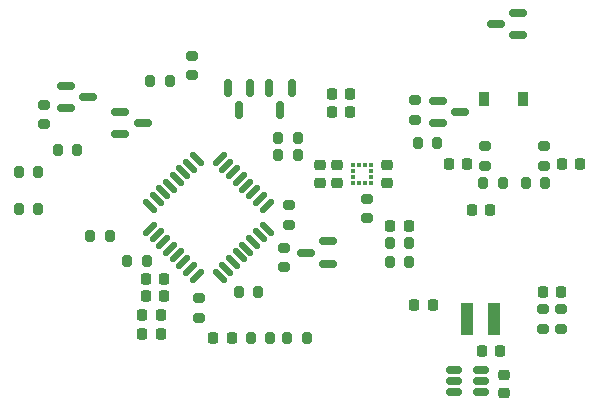
<source format=gbr>
%TF.GenerationSoftware,KiCad,Pcbnew,6.0.2-1.fc35*%
%TF.CreationDate,2022-05-08T19:10:54+02:00*%
%TF.ProjectId,LEDnode,4c45446e-6f64-4652-9e6b-696361645f70,rev?*%
%TF.SameCoordinates,Original*%
%TF.FileFunction,Paste,Bot*%
%TF.FilePolarity,Positive*%
%FSLAX46Y46*%
G04 Gerber Fmt 4.6, Leading zero omitted, Abs format (unit mm)*
G04 Created by KiCad (PCBNEW 6.0.2-1.fc35) date 2022-05-08 19:10:54*
%MOMM*%
%LPD*%
G01*
G04 APERTURE LIST*
G04 Aperture macros list*
%AMRoundRect*
0 Rectangle with rounded corners*
0 $1 Rounding radius*
0 $2 $3 $4 $5 $6 $7 $8 $9 X,Y pos of 4 corners*
0 Add a 4 corners polygon primitive as box body*
4,1,4,$2,$3,$4,$5,$6,$7,$8,$9,$2,$3,0*
0 Add four circle primitives for the rounded corners*
1,1,$1+$1,$2,$3*
1,1,$1+$1,$4,$5*
1,1,$1+$1,$6,$7*
1,1,$1+$1,$8,$9*
0 Add four rect primitives between the rounded corners*
20,1,$1+$1,$2,$3,$4,$5,0*
20,1,$1+$1,$4,$5,$6,$7,0*
20,1,$1+$1,$6,$7,$8,$9,0*
20,1,$1+$1,$8,$9,$2,$3,0*%
G04 Aperture macros list end*
%ADD10RoundRect,0.200000X0.275000X-0.200000X0.275000X0.200000X-0.275000X0.200000X-0.275000X-0.200000X0*%
%ADD11RoundRect,0.225000X0.225000X0.250000X-0.225000X0.250000X-0.225000X-0.250000X0.225000X-0.250000X0*%
%ADD12RoundRect,0.150000X0.587500X0.150000X-0.587500X0.150000X-0.587500X-0.150000X0.587500X-0.150000X0*%
%ADD13RoundRect,0.150000X-0.587500X-0.150000X0.587500X-0.150000X0.587500X0.150000X-0.587500X0.150000X0*%
%ADD14RoundRect,0.225000X-0.225000X-0.250000X0.225000X-0.250000X0.225000X0.250000X-0.225000X0.250000X0*%
%ADD15RoundRect,0.150000X-0.150000X0.587500X-0.150000X-0.587500X0.150000X-0.587500X0.150000X0.587500X0*%
%ADD16RoundRect,0.200000X0.200000X0.275000X-0.200000X0.275000X-0.200000X-0.275000X0.200000X-0.275000X0*%
%ADD17RoundRect,0.225000X0.250000X-0.225000X0.250000X0.225000X-0.250000X0.225000X-0.250000X-0.225000X0*%
%ADD18RoundRect,0.200000X-0.200000X-0.275000X0.200000X-0.275000X0.200000X0.275000X-0.200000X0.275000X0*%
%ADD19RoundRect,0.225000X-0.250000X0.225000X-0.250000X-0.225000X0.250000X-0.225000X0.250000X0.225000X0*%
%ADD20RoundRect,0.200000X-0.275000X0.200000X-0.275000X-0.200000X0.275000X-0.200000X0.275000X0.200000X0*%
%ADD21RoundRect,0.150000X0.512500X0.150000X-0.512500X0.150000X-0.512500X-0.150000X0.512500X-0.150000X0*%
%ADD22R,0.375000X0.350000*%
%ADD23R,0.350000X0.375000*%
%ADD24R,0.900000X1.200000*%
%ADD25R,1.000000X2.750000*%
%ADD26RoundRect,0.125000X-0.353553X-0.530330X0.530330X0.353553X0.353553X0.530330X-0.530330X-0.353553X0*%
%ADD27RoundRect,0.125000X0.353553X-0.530330X0.530330X-0.353553X-0.353553X0.530330X-0.530330X0.353553X0*%
G04 APERTURE END LIST*
D10*
%TO.C,R10*%
X125500000Y-82925000D03*
X125500000Y-81275000D03*
%TD*%
D11*
%TO.C,C7*%
X93375000Y-94000000D03*
X91825000Y-94000000D03*
%TD*%
%TO.C,C8*%
X93075000Y-97200000D03*
X91525000Y-97200000D03*
%TD*%
D12*
%TO.C,Q5*%
X123300000Y-70000000D03*
X123300000Y-71900000D03*
X121425000Y-70950000D03*
%TD*%
D11*
%TO.C,C6*%
X93375000Y-92500000D03*
X91825000Y-92500000D03*
%TD*%
D13*
%TO.C,Q1*%
X89662500Y-80250000D03*
X89662500Y-78350000D03*
X91537500Y-79300000D03*
%TD*%
D14*
%TO.C,C17*%
X127025000Y-82800000D03*
X128575000Y-82800000D03*
%TD*%
D15*
%TO.C,Q2*%
X98750000Y-76362500D03*
X100650000Y-76362500D03*
X99700000Y-78237500D03*
%TD*%
D16*
%TO.C,R18*%
X93825000Y-75800000D03*
X92175000Y-75800000D03*
%TD*%
D11*
%TO.C,C15*%
X120975000Y-86700000D03*
X119425000Y-86700000D03*
%TD*%
D17*
%TO.C,C3*%
X122100000Y-102175000D03*
X122100000Y-100625000D03*
%TD*%
D18*
%TO.C,R17*%
X81075000Y-83500000D03*
X82725000Y-83500000D03*
%TD*%
D19*
%TO.C,C14*%
X108025000Y-82875000D03*
X108025000Y-84425000D03*
%TD*%
D10*
%TO.C,R11*%
X120500000Y-82925000D03*
X120500000Y-81275000D03*
%TD*%
D14*
%TO.C,C19*%
X112525000Y-88000000D03*
X114075000Y-88000000D03*
%TD*%
D16*
%TO.C,R1*%
X122050000Y-84400000D03*
X120400000Y-84400000D03*
%TD*%
D10*
%TO.C,R15*%
X127000000Y-96725000D03*
X127000000Y-95075000D03*
%TD*%
D12*
%TO.C,Q4*%
X107237500Y-89350000D03*
X107237500Y-91250000D03*
X105362500Y-90300000D03*
%TD*%
D19*
%TO.C,C13*%
X106525000Y-82875000D03*
X106525000Y-84425000D03*
%TD*%
D14*
%TO.C,C16*%
X117450000Y-82800000D03*
X119000000Y-82800000D03*
%TD*%
D16*
%TO.C,R6*%
X114125000Y-91100000D03*
X112475000Y-91100000D03*
%TD*%
D11*
%TO.C,C1*%
X116100000Y-94700000D03*
X114550000Y-94700000D03*
%TD*%
D20*
%TO.C,R27*%
X83150000Y-77775000D03*
X83150000Y-79425000D03*
%TD*%
D21*
%TO.C,U4*%
X120175000Y-100200000D03*
X120175000Y-101150000D03*
X120175000Y-102100000D03*
X117900000Y-102100000D03*
X117900000Y-101150000D03*
X117900000Y-100200000D03*
%TD*%
D18*
%TO.C,R7*%
X123975000Y-84400000D03*
X125625000Y-84400000D03*
%TD*%
D16*
%TO.C,R21*%
X104675000Y-82050000D03*
X103025000Y-82050000D03*
%TD*%
D11*
%TO.C,C9*%
X93075000Y-95600000D03*
X91525000Y-95600000D03*
%TD*%
%TO.C,C11*%
X109087011Y-76875000D03*
X107537011Y-76875000D03*
%TD*%
D18*
%TO.C,R16*%
X81075000Y-86600000D03*
X82725000Y-86600000D03*
%TD*%
D20*
%TO.C,R25*%
X103950000Y-86275000D03*
X103950000Y-87925000D03*
%TD*%
D13*
%TO.C,Q6*%
X116525000Y-79350000D03*
X116525000Y-77450000D03*
X118400000Y-78400000D03*
%TD*%
D22*
%TO.C,U6*%
X110887500Y-82900000D03*
X110887500Y-83400000D03*
X110887500Y-83900000D03*
X110887500Y-84400000D03*
D23*
X110375000Y-84412500D03*
X109875000Y-84412500D03*
D22*
X109362500Y-84400000D03*
X109362500Y-83900000D03*
X109362500Y-83400000D03*
X109362500Y-82900000D03*
D23*
X109875000Y-82887500D03*
X110375000Y-82887500D03*
%TD*%
D11*
%TO.C,C20*%
X126975000Y-93600000D03*
X125425000Y-93600000D03*
%TD*%
D14*
%TO.C,C4*%
X120250000Y-98600000D03*
X121800000Y-98600000D03*
%TD*%
D11*
%TO.C,C18*%
X99075000Y-97500000D03*
X97525000Y-97500000D03*
%TD*%
D20*
%TO.C,R20*%
X110500000Y-85725000D03*
X110500000Y-87375000D03*
%TD*%
D16*
%TO.C,R5*%
X101325000Y-93600000D03*
X99675000Y-93600000D03*
%TD*%
D24*
%TO.C,D1*%
X123750000Y-77300000D03*
X120450000Y-77300000D03*
%TD*%
D13*
%TO.C,Q7*%
X85012500Y-78050000D03*
X85012500Y-76150000D03*
X86887500Y-77100000D03*
%TD*%
D16*
%TO.C,R22*%
X88775000Y-88850000D03*
X87125000Y-88850000D03*
%TD*%
D10*
%TO.C,R3*%
X96300000Y-95825000D03*
X96300000Y-94175000D03*
%TD*%
D11*
%TO.C,C10*%
X109087011Y-78375000D03*
X107537011Y-78375000D03*
%TD*%
D10*
%TO.C,R14*%
X125400000Y-96725000D03*
X125400000Y-95075000D03*
%TD*%
D15*
%TO.C,Q3*%
X102250000Y-76362500D03*
X104150000Y-76362500D03*
X103200000Y-78237500D03*
%TD*%
D17*
%TO.C,C12*%
X112225000Y-84425000D03*
X112225000Y-82875000D03*
%TD*%
D18*
%TO.C,R4*%
X90250000Y-91000000D03*
X91900000Y-91000000D03*
%TD*%
%TO.C,R19*%
X103025000Y-80550000D03*
X104675000Y-80550000D03*
%TD*%
D16*
%TO.C,R12*%
X114125000Y-89500000D03*
X112475000Y-89500000D03*
%TD*%
D10*
%TO.C,R13*%
X114600000Y-79025000D03*
X114600000Y-77375000D03*
%TD*%
D16*
%TO.C,R9*%
X105425000Y-97500000D03*
X103775000Y-97500000D03*
%TD*%
D20*
%TO.C,R23*%
X95750000Y-73625000D03*
X95750000Y-75275000D03*
%TD*%
D18*
%TO.C,R2*%
X100700000Y-97500000D03*
X102350000Y-97500000D03*
%TD*%
D25*
%TO.C,L1*%
X119000000Y-95900000D03*
X121300000Y-95900000D03*
%TD*%
D16*
%TO.C,R26*%
X86025000Y-81600000D03*
X84375000Y-81600000D03*
%TD*%
D26*
%TO.C,U1*%
X96127728Y-92232070D03*
X95562043Y-91666384D03*
X94996357Y-91100699D03*
X94430672Y-90535014D03*
X93864986Y-89969328D03*
X93299301Y-89403643D03*
X92733616Y-88837957D03*
X92167930Y-88272272D03*
D27*
X92167930Y-86327728D03*
X92733616Y-85762043D03*
X93299301Y-85196357D03*
X93864986Y-84630672D03*
X94430672Y-84064986D03*
X94996357Y-83499301D03*
X95562043Y-82933616D03*
X96127728Y-82367930D03*
D26*
X98072272Y-82367930D03*
X98637957Y-82933616D03*
X99203643Y-83499301D03*
X99769328Y-84064986D03*
X100335014Y-84630672D03*
X100900699Y-85196357D03*
X101466384Y-85762043D03*
X102032070Y-86327728D03*
D27*
X102032070Y-88272272D03*
X101466384Y-88837957D03*
X100900699Y-89403643D03*
X100335014Y-89969328D03*
X99769328Y-90535014D03*
X99203643Y-91100699D03*
X98637957Y-91666384D03*
X98072272Y-92232070D03*
%TD*%
D20*
%TO.C,R24*%
X103500000Y-89875000D03*
X103500000Y-91525000D03*
%TD*%
D18*
%TO.C,R8*%
X114850000Y-81000000D03*
X116500000Y-81000000D03*
%TD*%
M02*

</source>
